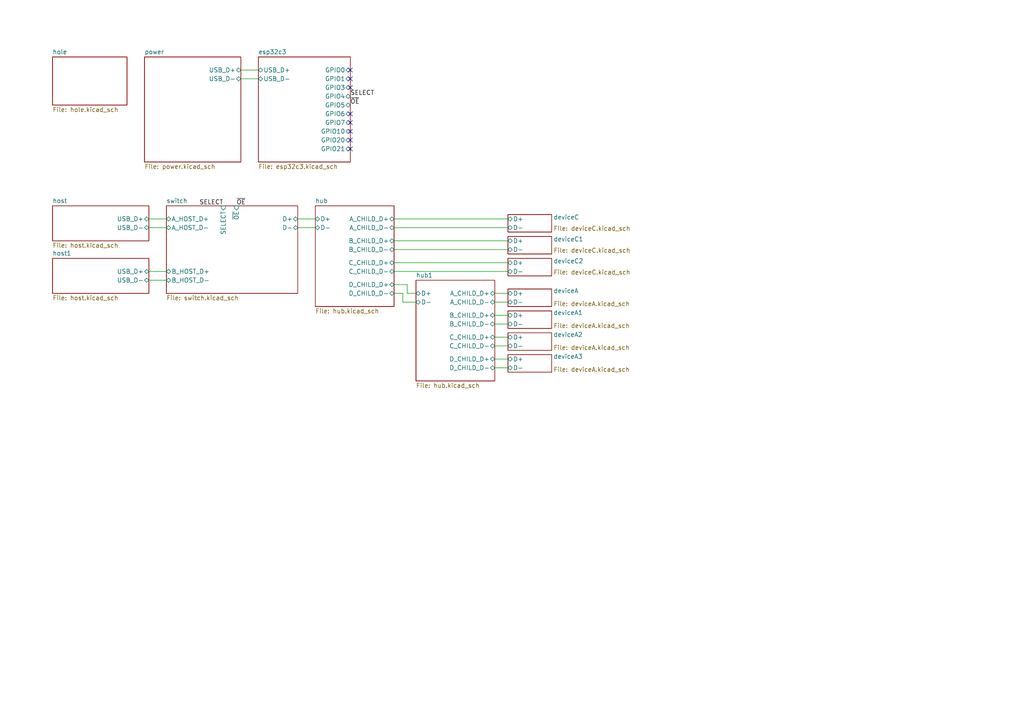
<source format=kicad_sch>
(kicad_sch
	(version 20250114)
	(generator "eeschema")
	(generator_version "9.0")
	(uuid "8dd852d8-d65b-486f-b886-06b012a9dc7c")
	(paper "A4")
	(lib_symbols)
	(no_connect
		(at 101.6 33.02)
		(uuid "0e1d3040-6312-47c7-b08c-a3989a48b61c")
	)
	(no_connect
		(at 101.6 38.1)
		(uuid "0fac1984-7b73-41f5-8397-c1eded153487")
	)
	(no_connect
		(at 101.6 20.32)
		(uuid "108d3195-9698-4701-9d34-cf4b17f6d1a3")
	)
	(no_connect
		(at 101.6 43.18)
		(uuid "16a97842-a31c-43e0-a1ed-39ed213e184d")
	)
	(no_connect
		(at 101.6 25.4)
		(uuid "62025809-b2fb-4e3d-a84e-1ec4ad547288")
	)
	(no_connect
		(at 101.6 22.86)
		(uuid "85d4341f-178b-4b8a-a2ef-db82afbbfdf5")
	)
	(no_connect
		(at 101.6 35.56)
		(uuid "889ce76b-e667-49b3-b1e2-f90293a4d45a")
	)
	(no_connect
		(at 101.6 40.64)
		(uuid "c39e9d36-f2ff-4d05-9466-194645304fe4")
	)
	(wire
		(pts
			(xy 114.3 66.04) (xy 147.32 66.04)
		)
		(stroke
			(width 0)
			(type default)
		)
		(uuid "017f5fb3-0c05-4148-bab4-390c5453819c")
	)
	(wire
		(pts
			(xy 143.51 104.14) (xy 147.32 104.14)
		)
		(stroke
			(width 0)
			(type default)
		)
		(uuid "1882c05c-c60d-4971-aad9-e0b820096f45")
	)
	(wire
		(pts
			(xy 114.3 76.2) (xy 147.32 76.2)
		)
		(stroke
			(width 0)
			(type default)
		)
		(uuid "24a8a0f7-f841-4af5-be65-b4353a508577")
	)
	(wire
		(pts
			(xy 43.18 78.74) (xy 48.26 78.74)
		)
		(stroke
			(width 0)
			(type default)
		)
		(uuid "4a70fa96-02a0-4d6d-acdd-9d36e830dbb3")
	)
	(wire
		(pts
			(xy 143.51 97.79) (xy 147.32 97.79)
		)
		(stroke
			(width 0)
			(type default)
		)
		(uuid "4e3e0c27-9c61-4fcf-b780-82363727166d")
	)
	(wire
		(pts
			(xy 43.18 81.28) (xy 48.26 81.28)
		)
		(stroke
			(width 0)
			(type default)
		)
		(uuid "671393fc-ad6c-4633-a78c-14819346f761")
	)
	(wire
		(pts
			(xy 116.84 85.09) (xy 114.3 85.09)
		)
		(stroke
			(width 0)
			(type default)
		)
		(uuid "746d5e4d-a32d-4d0d-a099-7a98d18b841d")
	)
	(wire
		(pts
			(xy 86.36 63.5) (xy 91.44 63.5)
		)
		(stroke
			(width 0)
			(type default)
		)
		(uuid "8511c8d1-bc78-490c-804b-bcd1a5a41988")
	)
	(wire
		(pts
			(xy 86.36 66.04) (xy 91.44 66.04)
		)
		(stroke
			(width 0)
			(type default)
		)
		(uuid "87b58269-ce95-4ab4-9a38-8ae62631cf33")
	)
	(wire
		(pts
			(xy 69.85 20.32) (xy 74.93 20.32)
		)
		(stroke
			(width 0)
			(type default)
		)
		(uuid "87cf1250-8ed8-4929-abf9-c27e70ca3d55")
	)
	(wire
		(pts
			(xy 116.84 87.63) (xy 120.65 87.63)
		)
		(stroke
			(width 0)
			(type default)
		)
		(uuid "8e930830-3ba8-42af-aad8-8d0c716db83b")
	)
	(wire
		(pts
			(xy 114.3 63.5) (xy 147.32 63.5)
		)
		(stroke
			(width 0)
			(type default)
		)
		(uuid "9fcd0311-d658-476e-8d8f-72fdda401b37")
	)
	(wire
		(pts
			(xy 143.51 91.44) (xy 147.32 91.44)
		)
		(stroke
			(width 0)
			(type default)
		)
		(uuid "aed59628-0989-4144-a447-84831a990776")
	)
	(wire
		(pts
			(xy 143.51 87.63) (xy 147.32 87.63)
		)
		(stroke
			(width 0)
			(type default)
		)
		(uuid "b013ad15-c099-4661-a70c-80df25ac9394")
	)
	(wire
		(pts
			(xy 43.18 63.5) (xy 48.26 63.5)
		)
		(stroke
			(width 0)
			(type default)
		)
		(uuid "b2475a0a-0573-4e13-a4fb-7044c03b37e1")
	)
	(wire
		(pts
			(xy 43.18 66.04) (xy 48.26 66.04)
		)
		(stroke
			(width 0)
			(type default)
		)
		(uuid "c04df62b-18bc-46b2-a981-5718b74803d4")
	)
	(wire
		(pts
			(xy 143.51 100.33) (xy 147.32 100.33)
		)
		(stroke
			(width 0)
			(type default)
		)
		(uuid "c1d5ffe9-8863-4df3-b831-59e7f85f9f63")
	)
	(wire
		(pts
			(xy 118.11 85.09) (xy 120.65 85.09)
		)
		(stroke
			(width 0)
			(type default)
		)
		(uuid "d0d2ff1c-d3ab-4fb1-b79e-ddf7d21bd8e6")
	)
	(wire
		(pts
			(xy 118.11 85.09) (xy 118.11 82.55)
		)
		(stroke
			(width 0)
			(type default)
		)
		(uuid "d8a9fd70-2922-4c63-b919-9a5ea57f5459")
	)
	(wire
		(pts
			(xy 69.85 22.86) (xy 74.93 22.86)
		)
		(stroke
			(width 0)
			(type default)
		)
		(uuid "da0b847d-e9dd-42f8-9d99-70ef213c396e")
	)
	(wire
		(pts
			(xy 116.84 87.63) (xy 116.84 85.09)
		)
		(stroke
			(width 0)
			(type default)
		)
		(uuid "db38abb3-2049-4db5-baca-9623c1b9a909")
	)
	(wire
		(pts
			(xy 143.51 85.09) (xy 147.32 85.09)
		)
		(stroke
			(width 0)
			(type default)
		)
		(uuid "db94c9ce-f84d-46a7-bbf2-d48bf84cf253")
	)
	(wire
		(pts
			(xy 143.51 106.68) (xy 147.32 106.68)
		)
		(stroke
			(width 0)
			(type default)
		)
		(uuid "dd6878c6-0425-4d2a-8c95-671b89a9398d")
	)
	(wire
		(pts
			(xy 143.51 93.98) (xy 147.32 93.98)
		)
		(stroke
			(width 0)
			(type default)
		)
		(uuid "e6a078fe-e4b6-4464-8744-310c2945b064")
	)
	(wire
		(pts
			(xy 114.3 78.74) (xy 147.32 78.74)
		)
		(stroke
			(width 0)
			(type default)
		)
		(uuid "ee05648e-97a2-49c8-98eb-fd38dad76642")
	)
	(wire
		(pts
			(xy 114.3 72.39) (xy 147.32 72.39)
		)
		(stroke
			(width 0)
			(type default)
		)
		(uuid "ee378cac-a62d-4fd5-a847-a09468c8c4e6")
	)
	(wire
		(pts
			(xy 114.3 69.85) (xy 147.32 69.85)
		)
		(stroke
			(width 0)
			(type default)
		)
		(uuid "f1d07e2f-53ea-459f-9331-217ffcb59207")
	)
	(wire
		(pts
			(xy 118.11 82.55) (xy 114.3 82.55)
		)
		(stroke
			(width 0)
			(type default)
		)
		(uuid "f5f144d8-9af6-4e40-bca0-c8a2e4cce554")
	)
	(label "~{OE}"
		(at 68.58 59.69 0)
		(effects
			(font
				(size 1.27 1.27)
			)
			(justify left bottom)
		)
		(uuid "068ab292-1e63-47de-9026-5af026de06b6")
	)
	(label "SELECT"
		(at 64.77 59.69 180)
		(effects
			(font
				(size 1.27 1.27)
			)
			(justify right bottom)
		)
		(uuid "7d01b781-b72c-4589-96a2-7a16407f2647")
	)
	(label "~{OE}"
		(at 101.6 30.48 0)
		(effects
			(font
				(size 1.27 1.27)
			)
			(justify left bottom)
		)
		(uuid "c86f6388-223f-4c09-920e-7d7767c699c2")
	)
	(label "SELECT"
		(at 101.6 27.94 0)
		(effects
			(font
				(size 1.27 1.27)
			)
			(justify left bottom)
		)
		(uuid "d1242c22-6ca4-4bf8-8c0c-e8f5d858eb05")
	)
	(sheet
		(at 41.91 16.51)
		(size 27.94 30.48)
		(exclude_from_sim no)
		(in_bom yes)
		(on_board yes)
		(dnp no)
		(fields_autoplaced yes)
		(stroke
			(width 0.1524)
			(type solid)
		)
		(fill
			(color 0 0 0 0.0000)
		)
		(uuid "1c65e50d-d876-4c81-b849-f0bdab9eca0d")
		(property "Sheetname" "power"
			(at 41.91 15.7984 0)
			(effects
				(font
					(size 1.27 1.27)
				)
				(justify left bottom)
			)
		)
		(property "Sheetfile" "power.kicad_sch"
			(at 41.91 47.5746 0)
			(effects
				(font
					(size 1.27 1.27)
				)
				(justify left top)
			)
		)
		(pin "USB_D+" bidirectional
			(at 69.85 20.32 0)
			(uuid "5fc4015a-7f96-48a4-968f-4e6b5aff84da")
			(effects
				(font
					(size 1.27 1.27)
				)
				(justify right)
			)
		)
		(pin "USB_D-" bidirectional
			(at 69.85 22.86 0)
			(uuid "eceb8c02-1367-4fbf-9d73-52ab98f3fab7")
			(effects
				(font
					(size 1.27 1.27)
				)
				(justify right)
			)
		)
		(instances
			(project "usbhub_rev"
				(path "/8dd852d8-d65b-486f-b886-06b012a9dc7c"
					(page "3")
				)
			)
		)
	)
	(sheet
		(at 15.24 16.51)
		(size 21.59 13.97)
		(exclude_from_sim no)
		(in_bom yes)
		(on_board yes)
		(dnp no)
		(fields_autoplaced yes)
		(stroke
			(width 0.1524)
			(type solid)
		)
		(fill
			(color 0 0 0 0.0000)
		)
		(uuid "30d2156a-831e-4df1-b3f5-2a2b4bbe5025")
		(property "Sheetname" "hole"
			(at 15.24 15.7984 0)
			(effects
				(font
					(size 1.27 1.27)
				)
				(justify left bottom)
			)
		)
		(property "Sheetfile" "hole.kicad_sch"
			(at 15.24 31.0646 0)
			(effects
				(font
					(size 1.27 1.27)
				)
				(justify left top)
			)
		)
		(instances
			(project "usbhub_rev"
				(path "/8dd852d8-d65b-486f-b886-06b012a9dc7c"
					(page "4")
				)
			)
		)
	)
	(sheet
		(at 147.32 83.82)
		(size 12.7 5.08)
		(exclude_from_sim no)
		(in_bom yes)
		(on_board yes)
		(dnp no)
		(stroke
			(width 0.1524)
			(type solid)
		)
		(fill
			(color 0 0 0 0.0000)
		)
		(uuid "4559529b-7085-4a62-bd9d-e6205937b01b")
		(property "Sheetname" "deviceA"
			(at 160.528 85.09 0)
			(effects
				(font
					(size 1.27 1.27)
				)
				(justify left bottom)
			)
		)
		(property "Sheetfile" "deviceA.kicad_sch"
			(at 160.528 87.376 0)
			(effects
				(font
					(size 1.27 1.27)
				)
				(justify left top)
			)
		)
		(pin "D+" bidirectional
			(at 147.32 85.09 180)
			(uuid "69dee622-5f47-4cb4-b16f-65da53bc8441")
			(effects
				(font
					(size 1.27 1.27)
				)
				(justify left)
			)
		)
		(pin "D-" bidirectional
			(at 147.32 87.63 180)
			(uuid "de53a752-fe4e-4521-a700-6fc72347dcf4")
			(effects
				(font
					(size 1.27 1.27)
				)
				(justify left)
			)
		)
		(instances
			(project "usbhub_rev"
				(path "/8dd852d8-d65b-486f-b886-06b012a9dc7c"
					(page "8")
				)
			)
		)
	)
	(sheet
		(at 147.32 62.23)
		(size 12.7 5.08)
		(exclude_from_sim no)
		(in_bom yes)
		(on_board yes)
		(dnp no)
		(stroke
			(width 0.1524)
			(type solid)
		)
		(fill
			(color 0 0 0 0.0000)
		)
		(uuid "58b9d0ef-a1b7-4a5d-a50a-92e0493adba3")
		(property "Sheetname" "deviceC"
			(at 160.528 63.754 0)
			(effects
				(font
					(size 1.27 1.27)
				)
				(justify left bottom)
			)
		)
		(property "Sheetfile" "deviceC.kicad_sch"
			(at 160.528 65.532 0)
			(effects
				(font
					(size 1.27 1.27)
				)
				(justify left top)
			)
		)
		(pin "D+" bidirectional
			(at 147.32 63.5 180)
			(uuid "f003f871-9d7c-4277-92d2-89ab0a16aa17")
			(effects
				(font
					(size 1.27 1.27)
				)
				(justify left)
			)
		)
		(pin "D-" bidirectional
			(at 147.32 66.04 180)
			(uuid "31a206fc-865d-494a-a864-a640d552b2bf")
			(effects
				(font
					(size 1.27 1.27)
				)
				(justify left)
			)
		)
		(instances
			(project "usbhub_rev"
				(path "/8dd852d8-d65b-486f-b886-06b012a9dc7c"
					(page "9")
				)
			)
		)
	)
	(sheet
		(at 147.32 102.87)
		(size 12.7 5.08)
		(exclude_from_sim no)
		(in_bom yes)
		(on_board yes)
		(dnp no)
		(stroke
			(width 0.1524)
			(type solid)
		)
		(fill
			(color 0 0 0 0.0000)
		)
		(uuid "6054a364-161f-4fc1-a59c-ce092a257fc8")
		(property "Sheetname" "deviceA3"
			(at 160.528 104.14 0)
			(effects
				(font
					(size 1.27 1.27)
				)
				(justify left bottom)
			)
		)
		(property "Sheetfile" "deviceA.kicad_sch"
			(at 160.528 106.426 0)
			(effects
				(font
					(size 1.27 1.27)
				)
				(justify left top)
			)
		)
		(pin "D+" bidirectional
			(at 147.32 104.14 180)
			(uuid "ecf075c4-882a-405d-b394-6495eb950362")
			(effects
				(font
					(size 1.27 1.27)
				)
				(justify left)
			)
		)
		(pin "D-" bidirectional
			(at 147.32 106.68 180)
			(uuid "0393d4a3-5554-4b54-a99e-9cbc084951d1")
			(effects
				(font
					(size 1.27 1.27)
				)
				(justify left)
			)
		)
		(instances
			(project "usbhub_rev"
				(path "/8dd852d8-d65b-486f-b886-06b012a9dc7c"
					(page "16")
				)
			)
		)
	)
	(sheet
		(at 147.32 90.17)
		(size 12.7 5.08)
		(exclude_from_sim no)
		(in_bom yes)
		(on_board yes)
		(dnp no)
		(stroke
			(width 0.1524)
			(type solid)
		)
		(fill
			(color 0 0 0 0.0000)
		)
		(uuid "74150161-8a43-4205-98e7-86123d7d4e33")
		(property "Sheetname" "deviceA1"
			(at 160.528 91.44 0)
			(effects
				(font
					(size 1.27 1.27)
				)
				(justify left bottom)
			)
		)
		(property "Sheetfile" "deviceA.kicad_sch"
			(at 160.528 93.726 0)
			(effects
				(font
					(size 1.27 1.27)
				)
				(justify left top)
			)
		)
		(pin "D+" bidirectional
			(at 147.32 91.44 180)
			(uuid "b14737e7-1b5b-40d7-bf49-e9a3f7895d27")
			(effects
				(font
					(size 1.27 1.27)
				)
				(justify left)
			)
		)
		(pin "D-" bidirectional
			(at 147.32 93.98 180)
			(uuid "e7127e26-6156-4c51-a044-8bb18c9d38eb")
			(effects
				(font
					(size 1.27 1.27)
				)
				(justify left)
			)
		)
		(instances
			(project "usbhub_rev"
				(path "/8dd852d8-d65b-486f-b886-06b012a9dc7c"
					(page "14")
				)
			)
		)
	)
	(sheet
		(at 120.65 81.28)
		(size 22.86 29.21)
		(exclude_from_sim no)
		(in_bom yes)
		(on_board yes)
		(dnp no)
		(fields_autoplaced yes)
		(stroke
			(width 0.1524)
			(type solid)
		)
		(fill
			(color 0 0 0 0.0000)
		)
		(uuid "75b8f278-b538-4081-90b7-a25d73d8df60")
		(property "Sheetname" "hub1"
			(at 120.65 80.5684 0)
			(effects
				(font
					(size 1.27 1.27)
				)
				(justify left bottom)
			)
		)
		(property "Sheetfile" "hub.kicad_sch"
			(at 120.65 111.0746 0)
			(effects
				(font
					(size 1.27 1.27)
				)
				(justify left top)
			)
		)
		(pin "A_CHILD_D+" bidirectional
			(at 143.51 85.09 0)
			(uuid "75dca6f4-20e8-4012-9133-d33af5bea86b")
			(effects
				(font
					(size 1.27 1.27)
				)
				(justify right)
			)
		)
		(pin "A_CHILD_D-" bidirectional
			(at 143.51 87.63 0)
			(uuid "9946265e-860e-44c5-89b0-203091697a33")
			(effects
				(font
					(size 1.27 1.27)
				)
				(justify right)
			)
		)
		(pin "B_CHILD_D+" bidirectional
			(at 143.51 91.44 0)
			(uuid "e334010f-266c-45ab-bbb1-bfc4021035aa")
			(effects
				(font
					(size 1.27 1.27)
				)
				(justify right)
			)
		)
		(pin "B_CHILD_D-" bidirectional
			(at 143.51 93.98 0)
			(uuid "c1d25b13-24a9-470c-91f0-0676549f49a5")
			(effects
				(font
					(size 1.27 1.27)
				)
				(justify right)
			)
		)
		(pin "C_CHILD_D+" bidirectional
			(at 143.51 97.79 0)
			(uuid "7a7d0e86-9606-4f0f-9ae1-e954348d5841")
			(effects
				(font
					(size 1.27 1.27)
				)
				(justify right)
			)
		)
		(pin "C_CHILD_D-" bidirectional
			(at 143.51 100.33 0)
			(uuid "981a831e-0c97-4a1c-8e11-5bba2a5871d6")
			(effects
				(font
					(size 1.27 1.27)
				)
				(justify right)
			)
		)
		(pin "D+" bidirectional
			(at 120.65 85.09 180)
			(uuid "42592108-436a-433d-880d-b5620f97d49c")
			(effects
				(font
					(size 1.27 1.27)
				)
				(justify left)
			)
		)
		(pin "D-" bidirectional
			(at 120.65 87.63 180)
			(uuid "b2676f00-25a1-44a4-b8e0-caba0b0a1ac8")
			(effects
				(font
					(size 1.27 1.27)
				)
				(justify left)
			)
		)
		(pin "D_CHILD_D+" bidirectional
			(at 143.51 104.14 0)
			(uuid "fd25b10a-7dca-479b-8ed0-2c190c3e5cb1")
			(effects
				(font
					(size 1.27 1.27)
				)
				(justify right)
			)
		)
		(pin "D_CHILD_D-" bidirectional
			(at 143.51 106.68 0)
			(uuid "71cc7f54-1938-4742-bb7a-3c490958eea0")
			(effects
				(font
					(size 1.27 1.27)
				)
				(justify right)
			)
		)
		(instances
			(project "usbhub_rev"
				(path "/8dd852d8-d65b-486f-b886-06b012a9dc7c"
					(page "11")
				)
			)
		)
	)
	(sheet
		(at 15.24 59.69)
		(size 27.94 10.16)
		(exclude_from_sim no)
		(in_bom yes)
		(on_board yes)
		(dnp no)
		(fields_autoplaced yes)
		(stroke
			(width 0.1524)
			(type solid)
		)
		(fill
			(color 0 0 0 0.0000)
		)
		(uuid "7648c366-bf4f-4212-8d7f-c694db85d79a")
		(property "Sheetname" "host"
			(at 15.24 58.9784 0)
			(effects
				(font
					(size 1.27 1.27)
				)
				(justify left bottom)
			)
		)
		(property "Sheetfile" "host.kicad_sch"
			(at 15.24 70.4346 0)
			(effects
				(font
					(size 1.27 1.27)
				)
				(justify left top)
			)
		)
		(pin "USB_D+" bidirectional
			(at 43.18 63.5 0)
			(uuid "1d6be426-cf16-40d4-b1cb-2674ab06c891")
			(effects
				(font
					(size 1.27 1.27)
				)
				(justify right)
			)
		)
		(pin "USB_D-" bidirectional
			(at 43.18 66.04 0)
			(uuid "79edc2ee-b799-4f82-843e-72a85fdeba9c")
			(effects
				(font
					(size 1.27 1.27)
				)
				(justify right)
			)
		)
		(instances
			(project "usbhub_rev"
				(path "/8dd852d8-d65b-486f-b886-06b012a9dc7c"
					(page "5")
				)
			)
		)
	)
	(sheet
		(at 91.44 59.69)
		(size 22.86 29.21)
		(exclude_from_sim no)
		(in_bom yes)
		(on_board yes)
		(dnp no)
		(fields_autoplaced yes)
		(stroke
			(width 0.1524)
			(type solid)
		)
		(fill
			(color 0 0 0 0.0000)
		)
		(uuid "8a0a3b69-17e4-4817-ab42-6df7fd884a46")
		(property "Sheetname" "hub"
			(at 91.44 58.9784 0)
			(effects
				(font
					(size 1.27 1.27)
				)
				(justify left bottom)
			)
		)
		(property "Sheetfile" "hub.kicad_sch"
			(at 91.44 89.4846 0)
			(effects
				(font
					(size 1.27 1.27)
				)
				(justify left top)
			)
		)
		(pin "A_CHILD_D+" bidirectional
			(at 114.3 63.5 0)
			(uuid "b2ba37b0-feea-4eff-9510-238ad613381e")
			(effects
				(font
					(size 1.27 1.27)
				)
				(justify right)
			)
		)
		(pin "A_CHILD_D-" bidirectional
			(at 114.3 66.04 0)
			(uuid "ef053f77-bd01-48be-bb96-a5d8d74dca6b")
			(effects
				(font
					(size 1.27 1.27)
				)
				(justify right)
			)
		)
		(pin "B_CHILD_D+" bidirectional
			(at 114.3 69.85 0)
			(uuid "e7005fb3-8f9f-4ee0-8dc9-fa298d91eb66")
			(effects
				(font
					(size 1.27 1.27)
				)
				(justify right)
			)
		)
		(pin "B_CHILD_D-" bidirectional
			(at 114.3 72.39 0)
			(uuid "6fb7ddc6-ae90-43a2-8bab-c3d16c71c195")
			(effects
				(font
					(size 1.27 1.27)
				)
				(justify right)
			)
		)
		(pin "C_CHILD_D+" bidirectional
			(at 114.3 76.2 0)
			(uuid "36b483b3-83c8-45c3-bacf-07e5cd475b29")
			(effects
				(font
					(size 1.27 1.27)
				)
				(justify right)
			)
		)
		(pin "C_CHILD_D-" bidirectional
			(at 114.3 78.74 0)
			(uuid "5ff6dfc4-f5f2-40bd-b65a-bbe47314dd26")
			(effects
				(font
					(size 1.27 1.27)
				)
				(justify right)
			)
		)
		(pin "D+" bidirectional
			(at 91.44 63.5 180)
			(uuid "5088d563-c0db-41b6-8b1e-8355f8fb1383")
			(effects
				(font
					(size 1.27 1.27)
				)
				(justify left)
			)
		)
		(pin "D-" bidirectional
			(at 91.44 66.04 180)
			(uuid "4f920cb0-1bf2-4249-8b2c-b03975244bd6")
			(effects
				(font
					(size 1.27 1.27)
				)
				(justify left)
			)
		)
		(pin "D_CHILD_D+" bidirectional
			(at 114.3 82.55 0)
			(uuid "1bc68087-6864-427e-862d-6db6adb484f1")
			(effects
				(font
					(size 1.27 1.27)
				)
				(justify right)
			)
		)
		(pin "D_CHILD_D-" bidirectional
			(at 114.3 85.09 0)
			(uuid "831aa3c8-1904-4ae2-a876-42383848916a")
			(effects
				(font
					(size 1.27 1.27)
				)
				(justify right)
			)
		)
		(instances
			(project "usbhub_rev"
				(path "/8dd852d8-d65b-486f-b886-06b012a9dc7c"
					(page "7")
				)
			)
		)
	)
	(sheet
		(at 147.32 74.93)
		(size 12.7 5.08)
		(exclude_from_sim no)
		(in_bom yes)
		(on_board yes)
		(dnp no)
		(stroke
			(width 0.1524)
			(type solid)
		)
		(fill
			(color 0 0 0 0.0000)
		)
		(uuid "93635543-5ae8-49d8-a0d5-79a8053b49cb")
		(property "Sheetname" "deviceC2"
			(at 160.528 76.454 0)
			(effects
				(font
					(size 1.27 1.27)
				)
				(justify left bottom)
			)
		)
		(property "Sheetfile" "deviceC.kicad_sch"
			(at 160.528 78.232 0)
			(effects
				(font
					(size 1.27 1.27)
				)
				(justify left top)
			)
		)
		(pin "D+" bidirectional
			(at 147.32 76.2 180)
			(uuid "65eca61f-00fd-47ac-a1f9-f2dfb9bdd421")
			(effects
				(font
					(size 1.27 1.27)
				)
				(justify left)
			)
		)
		(pin "D-" bidirectional
			(at 147.32 78.74 180)
			(uuid "0c660c2d-97e1-4427-af8c-8fc9c2b71c14")
			(effects
				(font
					(size 1.27 1.27)
				)
				(justify left)
			)
		)
		(instances
			(project "usbhub_rev"
				(path "/8dd852d8-d65b-486f-b886-06b012a9dc7c"
					(page "13")
				)
			)
		)
	)
	(sheet
		(at 74.93 16.51)
		(size 26.67 30.48)
		(exclude_from_sim no)
		(in_bom yes)
		(on_board yes)
		(dnp no)
		(fields_autoplaced yes)
		(stroke
			(width 0.1524)
			(type solid)
		)
		(fill
			(color 0 0 0 0.0000)
		)
		(uuid "953bf69e-ce7e-467e-900f-912baa0861e1")
		(property "Sheetname" "esp32c3"
			(at 74.93 15.7984 0)
			(effects
				(font
					(size 1.27 1.27)
				)
				(justify left bottom)
			)
		)
		(property "Sheetfile" "esp32c3.kicad_sch"
			(at 74.93 47.5746 0)
			(effects
				(font
					(size 1.27 1.27)
				)
				(justify left top)
			)
		)
		(pin "GPIO0" bidirectional
			(at 101.6 20.32 0)
			(uuid "37e5d977-47c5-4ef5-8917-7eb3cfcfb550")
			(effects
				(font
					(size 1.27 1.27)
				)
				(justify right)
			)
		)
		(pin "GPIO1" bidirectional
			(at 101.6 22.86 0)
			(uuid "be3a2f05-114f-4e7e-8c68-f514030bbc8e")
			(effects
				(font
					(size 1.27 1.27)
				)
				(justify right)
			)
		)
		(pin "GPIO3" bidirectional
			(at 101.6 25.4 0)
			(uuid "55b8dff0-3c93-4e98-abb7-1e64beb90e49")
			(effects
				(font
					(size 1.27 1.27)
				)
				(justify right)
			)
		)
		(pin "GPIO4" bidirectional
			(at 101.6 27.94 0)
			(uuid "9de97425-06aa-4b78-a385-74eb18bb4d67")
			(effects
				(font
					(size 1.27 1.27)
				)
				(justify right)
			)
		)
		(pin "GPIO5" bidirectional
			(at 101.6 30.48 0)
			(uuid "26612b93-3ddd-4fa4-8d75-e13cfc573c6e")
			(effects
				(font
					(size 1.27 1.27)
				)
				(justify right)
			)
		)
		(pin "GPIO6" bidirectional
			(at 101.6 33.02 0)
			(uuid "ee757439-31bb-481e-9716-ec4f6acc646f")
			(effects
				(font
					(size 1.27 1.27)
				)
				(justify right)
			)
		)
		(pin "GPIO7" bidirectional
			(at 101.6 35.56 0)
			(uuid "5ec42c66-851d-4970-9c64-111adc7e24fa")
			(effects
				(font
					(size 1.27 1.27)
				)
				(justify right)
			)
		)
		(pin "GPIO10" bidirectional
			(at 101.6 38.1 0)
			(uuid "d8138ea6-91ec-4fde-8a33-fe7db9d28ae1")
			(effects
				(font
					(size 1.27 1.27)
				)
				(justify right)
			)
		)
		(pin "GPIO20" bidirectional
			(at 101.6 40.64 0)
			(uuid "7e7fe75e-0351-464e-a885-4f2d5589e0b7")
			(effects
				(font
					(size 1.27 1.27)
				)
				(justify right)
			)
		)
		(pin "GPIO21" bidirectional
			(at 101.6 43.18 0)
			(uuid "3ce06d04-b527-4c7b-a0a5-750e73fbbe80")
			(effects
				(font
					(size 1.27 1.27)
				)
				(justify right)
			)
		)
		(pin "USB_D+" bidirectional
			(at 74.93 20.32 180)
			(uuid "333c7faa-b447-49bb-af47-dfa26ddf6aa8")
			(effects
				(font
					(size 1.27 1.27)
				)
				(justify left)
			)
		)
		(pin "USB_D-" bidirectional
			(at 74.93 22.86 180)
			(uuid "40e7e0c7-abda-47ed-bc3a-b747f8d3045e")
			(effects
				(font
					(size 1.27 1.27)
				)
				(justify left)
			)
		)
		(instances
			(project "usbhub_rev"
				(path "/8dd852d8-d65b-486f-b886-06b012a9dc7c"
					(page "2")
				)
			)
		)
	)
	(sheet
		(at 147.32 68.58)
		(size 12.7 5.08)
		(exclude_from_sim no)
		(in_bom yes)
		(on_board yes)
		(dnp no)
		(stroke
			(width 0.1524)
			(type solid)
		)
		(fill
			(color 0 0 0 0.0000)
		)
		(uuid "9905fc0c-cea6-40b3-b6b9-83e7130e3af8")
		(property "Sheetname" "deviceC1"
			(at 160.528 70.104 0)
			(effects
				(font
					(size 1.27 1.27)
				)
				(justify left bottom)
			)
		)
		(property "Sheetfile" "deviceC.kicad_sch"
			(at 160.528 71.882 0)
			(effects
				(font
					(size 1.27 1.27)
				)
				(justify left top)
			)
		)
		(pin "D+" bidirectional
			(at 147.32 69.85 180)
			(uuid "6ebbbc0c-4bf8-49c5-b9fa-e0ab8f1bba9a")
			(effects
				(font
					(size 1.27 1.27)
				)
				(justify left)
			)
		)
		(pin "D-" bidirectional
			(at 147.32 72.39 180)
			(uuid "51c8f895-36d5-4645-aedc-9bb34ee96b1b")
			(effects
				(font
					(size 1.27 1.27)
				)
				(justify left)
			)
		)
		(instances
			(project "usbhub_rev"
				(path "/8dd852d8-d65b-486f-b886-06b012a9dc7c"
					(page "12")
				)
			)
		)
	)
	(sheet
		(at 15.24 74.93)
		(size 27.94 10.16)
		(exclude_from_sim no)
		(in_bom yes)
		(on_board yes)
		(dnp no)
		(fields_autoplaced yes)
		(stroke
			(width 0.1524)
			(type solid)
		)
		(fill
			(color 0 0 0 0.0000)
		)
		(uuid "b3a84edb-5ba8-4864-9efd-9dbe23f3c199")
		(property "Sheetname" "host1"
			(at 15.24 74.2184 0)
			(effects
				(font
					(size 1.27 1.27)
				)
				(justify left bottom)
			)
		)
		(property "Sheetfile" "host.kicad_sch"
			(at 15.24 85.6746 0)
			(effects
				(font
					(size 1.27 1.27)
				)
				(justify left top)
			)
		)
		(pin "USB_D+" bidirectional
			(at 43.18 78.74 0)
			(uuid "8e224b0c-37c9-48b8-92a7-ac4416bcdd32")
			(effects
				(font
					(size 1.27 1.27)
				)
				(justify right)
			)
		)
		(pin "USB_D-" bidirectional
			(at 43.18 81.28 0)
			(uuid "dfb895b6-6391-411f-963f-e3a30702ccc6")
			(effects
				(font
					(size 1.27 1.27)
				)
				(justify right)
			)
		)
		(instances
			(project "usbhub_rev"
				(path "/8dd852d8-d65b-486f-b886-06b012a9dc7c"
					(page "10")
				)
			)
		)
	)
	(sheet
		(at 147.32 96.52)
		(size 12.7 5.08)
		(exclude_from_sim no)
		(in_bom yes)
		(on_board yes)
		(dnp no)
		(stroke
			(width 0.1524)
			(type solid)
		)
		(fill
			(color 0 0 0 0.0000)
		)
		(uuid "bdddf3b9-9926-403d-ae61-46bdddf9b839")
		(property "Sheetname" "deviceA2"
			(at 160.528 97.79 0)
			(effects
				(font
					(size 1.27 1.27)
				)
				(justify left bottom)
			)
		)
		(property "Sheetfile" "deviceA.kicad_sch"
			(at 160.528 100.076 0)
			(effects
				(font
					(size 1.27 1.27)
				)
				(justify left top)
			)
		)
		(pin "D+" bidirectional
			(at 147.32 97.79 180)
			(uuid "469bd25d-8175-40d9-8dd2-7f1cf807c178")
			(effects
				(font
					(size 1.27 1.27)
				)
				(justify left)
			)
		)
		(pin "D-" bidirectional
			(at 147.32 100.33 180)
			(uuid "cf40cd70-046d-49dd-805d-a40fb90878c2")
			(effects
				(font
					(size 1.27 1.27)
				)
				(justify left)
			)
		)
		(instances
			(project "usbhub_rev"
				(path "/8dd852d8-d65b-486f-b886-06b012a9dc7c"
					(page "15")
				)
			)
		)
	)
	(sheet
		(at 48.26 59.69)
		(size 38.1 25.4)
		(exclude_from_sim no)
		(in_bom yes)
		(on_board yes)
		(dnp no)
		(fields_autoplaced yes)
		(stroke
			(width 0.1524)
			(type solid)
		)
		(fill
			(color 0 0 0 0.0000)
		)
		(uuid "ccec5314-1155-48bb-8773-6a5e0fee1170")
		(property "Sheetname" "switch"
			(at 48.26 58.9784 0)
			(effects
				(font
					(size 1.27 1.27)
				)
				(justify left bottom)
			)
		)
		(property "Sheetfile" "switch.kicad_sch"
			(at 48.26 85.6746 0)
			(effects
				(font
					(size 1.27 1.27)
				)
				(justify left top)
			)
		)
		(pin "A_HOST_D+" bidirectional
			(at 48.26 63.5 180)
			(uuid "6a70fb7c-a71d-4fbc-b997-922bca9e6355")
			(effects
				(font
					(size 1.27 1.27)
				)
				(justify left)
			)
		)
		(pin "A_HOST_D-" bidirectional
			(at 48.26 66.04 180)
			(uuid "d1031c4e-d0cd-4c5d-8395-0887a2d69342")
			(effects
				(font
					(size 1.27 1.27)
				)
				(justify left)
			)
		)
		(pin "B_HOST_D+" bidirectional
			(at 48.26 78.74 180)
			(uuid "626450a7-b0b8-480a-b62d-015f649eae81")
			(effects
				(font
					(size 1.27 1.27)
				)
				(justify left)
			)
		)
		(pin "B_HOST_D-" bidirectional
			(at 48.26 81.28 180)
			(uuid "9df2b8f6-0c08-4e51-b1e8-582127ca81f3")
			(effects
				(font
					(size 1.27 1.27)
				)
				(justify left)
			)
		)
		(pin "SELECT" input
			(at 64.77 59.69 90)
			(uuid "53077ccd-4f80-4081-bfa5-1c34687aa063")
			(effects
				(font
					(size 1.27 1.27)
				)
				(justify right)
			)
		)
		(pin "~{OE}" input
			(at 68.58 59.69 90)
			(uuid "042f5fcf-504b-4cb7-9bbc-243445efe3bc")
			(effects
				(font
					(size 1.27 1.27)
				)
				(justify right)
			)
		)
		(pin "D-" bidirectional
			(at 86.36 66.04 0)
			(uuid "7d0be0ad-e9f0-45a1-bb8d-d4a00def334e")
			(effects
				(font
					(size 1.27 1.27)
				)
				(justify right)
			)
		)
		(pin "D+" bidirectional
			(at 86.36 63.5 0)
			(uuid "6b6c3556-d794-4bcd-bf03-86af7213afb2")
			(effects
				(font
					(size 1.27 1.27)
				)
				(justify right)
			)
		)
		(instances
			(project "usbhub_rev"
				(path "/8dd852d8-d65b-486f-b886-06b012a9dc7c"
					(page "6")
				)
			)
		)
	)
	(sheet_instances
		(path "/"
			(page "1")
		)
	)
	(embedded_fonts no)
)

</source>
